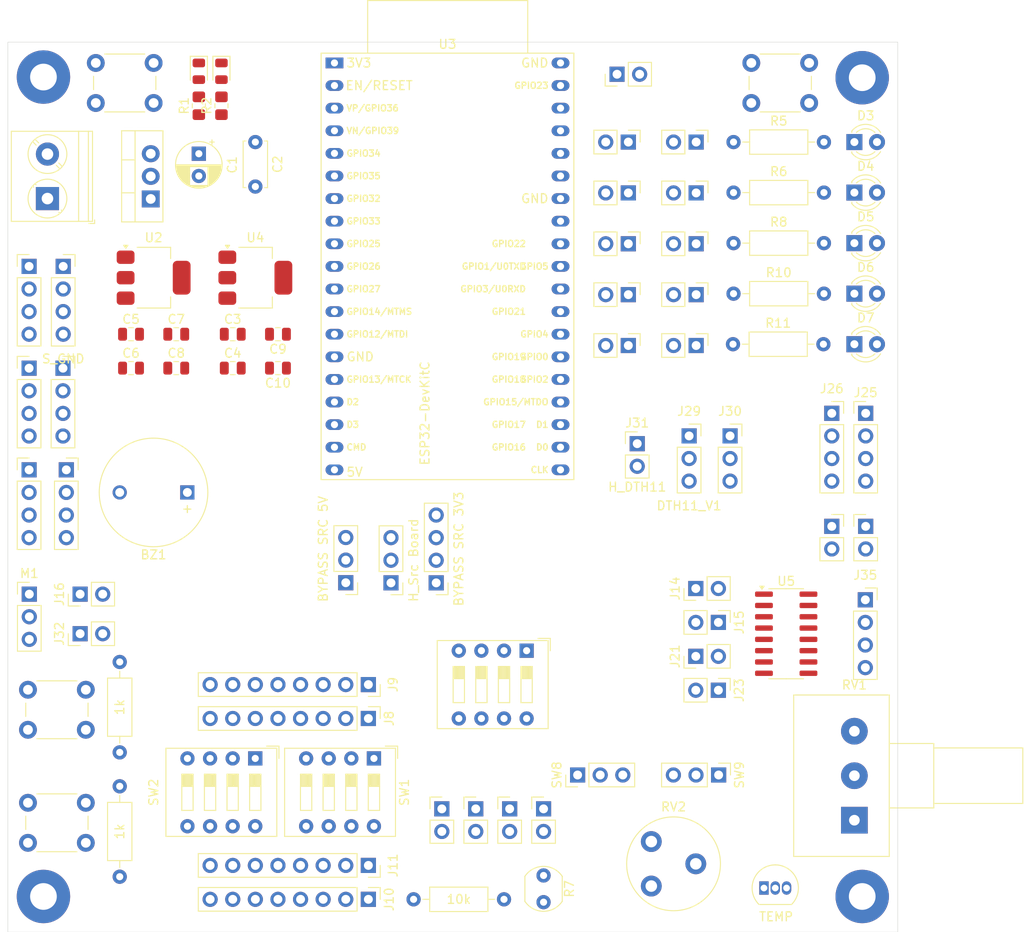
<source format=kicad_pcb>
(kicad_pcb (version 20240108) (generator "pcbnew") (generator_version "8.0")
  (layers (0 "F.Cu" signal) (31 "B.Cu" signal) (34 "B.Paste" user) (35 "F.Paste" user) (36 "B.SilkS" user "B.Silkscreen") (37 "F.SilkS" user "F.Silkscreen") (38 "B.Mask" user) (39 "F.Mask" user) (44 "Edge.Cuts" user))
  (net 0 "")
  (net 1 "GND")
  (net 2 "+3V3_1")
  (net 3 "+3V3_2")
  (net 4 "+5V")
  (net 5 "Net-(D1-A)")
  (net 6 "Net-(D2-A)")
  (net 7 "Net-(D3-A)")
  (net 8 "Net-(D4-A)")
  (net 9 "Net-(D5-A)")
  (net 10 "Net-(D6-A)")
  (net 11 "Net-(D7-A)")
  (net 12 "VCC")
  (net 13 "VPP")
  (net 14 "VCC3")
  (net 15 "/IO33")
  (net 16 "Net-(BZ1-+)")
  (net 17 "Net-(J15-Pin_1)")
  (net 18 "/IO15")
  (net 19 "/BUZZER")
  (net 20 "/DTH11")
  (net 21 "Net-(J14-Pin_1)")
  (net 22 "/IO02")
  (net 23 "/IO04")
  (net 24 "Net-(J16-Pin_1)")
  (net 25 "/IO34")
  (net 26 "/IO35")
  (net 27 "/IO36")
  (net 28 "/IO39")
  (net 29 "/IO17_IN")
  (net 30 "/IO26_IN")
  (net 31 "/IO14_IN")
  (net 32 "/IO16_IN")
  (net 33 "/IO27_IN")
  (net 34 "/IO12_IN")
  (net 35 "/IO25_IN")
  (net 36 "/IO13_IN")
  (net 37 "/IO22")
  (net 38 "/IO21")
  (net 39 "/IO23")
  (net 40 "/IO05")
  (net 41 "/IO19")
  (net 42 "/IO18")
  (net 43 "/TX")
  (net 44 "/RX")
  (net 45 "/DI_1")
  (net 46 "/DI_2")
  (net 47 "/LDR_1")
  (net 48 "/POT_1")
  (net 49 "/POT_2")
  (net 50 "/AI_2")
  (net 51 "/AI_1")
  (net 52 "/EN")
  (net 53 "/IO13")
  (net 54 "/IO25")
  (net 55 "/IO12")
  (net 56 "/IO17")
  (net 57 "/IO14")
  (net 58 "/IO16")
  (net 59 "/IO27")
  (net 60 "/IO26")
  (net 61 "/BOOT")
  (net 62 "Net-(J21-Pin_1)")
  (net 63 "Net-(J23-Pin_1)")
  (net 64 "Net-(J34-Pin_1)")
  (net 65 "/M2B")
  (net 66 "/M2A")
  (net 67 "/M1B")
  (net 68 "/LM35")
  (net 69 "/M1A")
  (net 70 "Net-(J40-Pin_1)")
  (net 71 "Net-(J36-Pin_1)")
  (net 72 "Net-(J42-Pin_1)")
  (net 73 "Net-(J38-Pin_1)")
  (footprint "Connector_PinHeader_2.54mm:PinHeader_1x03_P2.54mm_Vertical" (layer "F.Cu") (at 146.05 111.76 180)
    (property "Reference" "J22" (hide yes))
    (property "Value" "H_Src Board" (at -2.54 2.54 90) (layer "F.SilkS"))
    (pad "1" thru_hole rect (at 0 0 180) (size 1.7 1.7) (drill 1) (layers "*.Cu" "*.Mask") (net 12 "VCC"))
    (pad "2" thru_hole oval (at 0 2.54 180) (size 1.7 1.7) (drill 1) (layers "*.Cu" "*.Mask") (net 1 "GND"))
    (pad "3" thru_hole oval (at 0 5.08 180) (size 1.7 1.7) (drill 1) (layers "*.Cu" "*.Mask") (net 14 "VCC3"))
  )
  (footprint "Capacitor_SMD:C_0805_2012Metric" (layer "F.Cu") (at 121.92 87.63)
    (property "Reference" "C8" (at 0 -1.68 0) (layer "F.SilkS"))
    (property "Value" "100nF")
    (pad "1" smd roundrect (at -0.95 0) (size 1 1.45) (layers "F.Cu" "F.Paste" "F.Mask") (net 4 "+5V"))
    (pad "2" smd roundrect (at 0.95 0) (size 1 1.45) (layers "F.Cu" "F.Paste" "F.Mask") (net 1 "GND"))
  )
  (footprint "Capacitor_SMD:C_0805_2012Metric" (layer "F.Cu") (at 133.35 83.82 180)
    (property "Reference" "C9" (at 0 -1.68 0) (layer "F.SilkS"))
    (property "Value" "10uF")
    (pad "1" smd roundrect (at -0.95 0 180) (size 1 1.45) (layers "F.Cu" "F.Paste" "F.Mask") (net 3 "+3V3_2"))
    (pad "2" smd roundrect (at 0.95 0 180) (size 1 1.45) (layers "F.Cu" "F.Paste" "F.Mask") (net 1 "GND"))
  )
  (footprint "Connector_PinHeader_2.54mm:PinHeader_1x02_P2.54mm_Vertical" (layer "F.Cu") (at 180.34 73.66 -90)
    (property "Reference" "J38" (hide yes))
    (property "Value" "H_IO32")
    (pad "1" thru_hole rect (at 0 0 270) (size 1.7 1.7) (drill 1) (layers "*.Cu" "*.Mask") (net 73 "Net-(J38-Pin_1)"))
    (pad "2" thru_hole oval (at 0 2.54 270) (size 1.7 1.7) (drill 1) (layers "*.Cu" "*.Mask") (net 19 "/BUZZER"))
  )
  (footprint "Connector_PinSocket_2.54mm:PinSocket_1x04_P2.54mm_Vertical" (layer "F.Cu") (at 199.35 113.665)
    (property "Reference" "J35" (at 0 -2.77 0) (layer "F.SilkS"))
    (property "Value" "MOTOR")
    (pad "1" thru_hole rect (at 0 0) (size 1.7 1.7) (drill 1) (layers "*.Cu" "*.Mask") (net 69 "/M1A"))
    (pad "2" thru_hole oval (at 0 2.54) (size 1.7 1.7) (drill 1) (layers "*.Cu" "*.Mask") (net 67 "/M1B"))
    (pad "3" thru_hole oval (at 0 5.08) (size 1.7 1.7) (drill 1) (layers "*.Cu" "*.Mask") (net 66 "/M2A"))
    (pad "4" thru_hole oval (at 0 7.62) (size 1.7 1.7) (drill 1) (layers "*.Cu" "*.Mask") (net 65 "/M2B"))
  )
  (footprint "LED_THT:LED_D3.0mm" (layer "F.Cu") (at 198.12 73.587)
    (property "Reference" "D5" (at 1.27 -2.96 0) (layer "F.SilkS"))
    (property "Value" "LED")
    (pad "1" thru_hole rect (at 0 0) (size 1.8 1.8) (drill 0.9) (layers "*.Cu" "*.Mask") (net 1 "GND"))
    (pad "2" thru_hole circle (at 2.54 0) (size 1.8 1.8) (drill 0.9) (layers "*.Cu" "*.Mask") (net 9 "Net-(D5-A)"))
  )
  (footprint "LED_THT:LED_D3.0mm" (layer "F.Cu") (at 198.12 67.9085)
    (property "Reference" "D4" (at 1.27 -2.96 0) (layer "F.SilkS"))
    (property "Value" "LED")
    (pad "1" thru_hole rect (at 0 0) (size 1.8 1.8) (drill 0.9) (layers "*.Cu" "*.Mask") (net 1 "GND"))
    (pad "2" thru_hole circle (at 2.54 0) (size 1.8 1.8) (drill 0.9) (layers "*.Cu" "*.Mask") (net 8 "Net-(D4-A)"))
  )
  (footprint "Connector_PinHeader_2.54mm:PinHeader_1x02_P2.54mm_Vertical" (layer "F.Cu") (at 182.84 123.825 -90)
    (property "Reference" "J23" (at 0 -2.33 90) (layer "F.SilkS"))
    (property "Value" "H_INB2")
    (pad "1" thru_hole rect (at 0 0 270) (size 1.7 1.7) (drill 1) (layers "*.Cu" "*.Mask") (net 63 "Net-(J23-Pin_1)"))
    (pad "2" thru_hole oval (at 0 2.54 270) (size 1.7 1.7) (drill 1) (layers "*.Cu" "*.Mask") (net 22 "/IO02"))
  )
  (footprint "Capacitor_THT:C_Disc_D5.0mm_W2.5mm_P5.00mm" (layer "F.Cu") (at 130.81 62.23 -90)
    (property "Reference" "C2" (at 2.5 -2.5 90) (layer "F.SilkS"))
    (property "Value" "0.1uF")
    (pad "1" thru_hole circle (at 0 0 270) (size 1.6 1.6) (drill 0.8) (layers "*.Cu" "*.Mask") (net 4 "+5V"))
    (pad "2" thru_hole circle (at 5 0 270) (size 1.6 1.6) (drill 0.8) (layers "*.Cu" "*.Mask") (net 1 "GND"))
  )
  (footprint "Button_Switch_THT:SW_DIP_SPSTx04_Slide_9.78x12.34mm_W7.62mm_P2.54mm" (layer "F.Cu") (at 144.135 131.4875 -90)
    (property "Reference" "SW1" (at 3.81 -3.42 90) (layer "F.SilkS"))
    (property "Value" "SW_DIP_KEYPAD_1")
    (pad "1" thru_hole rect (at 0 0 270) (size 1.6 1.6) (drill 0.8) (layers "*.Cu" "*.Mask") (net 53 "/IO13"))
    (pad "2" thru_hole oval (at 0 2.54 270) (size 1.6 1.6) (drill 0.8) (layers "*.Cu" "*.Mask") (net 55 "/IO12"))
    (pad "3" thru_hole oval (at 0 5.08 270) (size 1.6 1.6) (drill 0.8) (layers "*.Cu" "*.Mask") (net 57 "/IO14"))
    (pad "4" thru_hole oval (at 0 7.62 270) (size 1.6 1.6) (drill 0.8) (layers "*.Cu" "*.Mask") (net 59 "/IO27"))
    (pad "5" thru_hole oval (at 7.62 7.62 270) (size 1.6 1.6) (drill 0.8) (layers "*.Cu" "*.Mask") (net 33 "/IO27_IN"))
    (pad "6" thru_hole oval (at 7.62 5.08 270) (size 1.6 1.6) (drill 0.8) (layers "*.Cu" "*.Mask") (net 31 "/IO14_IN"))
    (pad "7" thru_hole oval (at 7.62 2.54 270) (size 1.6 1.6) (drill 0.8) (layers "*.Cu" "*.Mask") (net 34 "/IO12_IN"))
    (pad "8" thru_hole oval (at 7.62 0 270) (size 1.6 1.6) (drill 0.8) (layers "*.Cu" "*.Mask") (net 36 "/IO13_IN"))
  )
  (footprint "Connector_PinSocket_2.54mm:PinSocket_1x04_P2.54mm_Vertical" (layer "F.Cu") (at 195.58 92.71)
    (property "Reference" "J26" (at 0 -2.77 0) (layer "F.SilkS"))
    (property "Value" "S_SPI")
    (pad "1" thru_hole rect (at 0 0) (size 1.7 1.7) (drill 1) (layers "*.Cu" "*.Mask") (net 42 "/IO18"))
    (pad "2" thru_hole oval (at 0 2.54) (size 1.7 1.7) (drill 1) (layers "*.Cu" "*.Mask") (net 41 "/IO19"))
    (pad "3" thru_hole oval (at 0 5.08) (size 1.7 1.7) (drill 1) (layers "*.Cu" "*.Mask") (net 39 "/IO23"))
    (pad "4" thru_hole oval (at 0 7.62) (size 1.7 1.7) (drill 1) (layers "*.Cu" "*.Mask") (net 40 "/IO05"))
  )
  (footprint "Button_Switch_THT:SW_PUSH_6mm" (layer "F.Cu") (at 105.26 136.47)
    (property "Reference" "SW7" (hide yes))
    (property "Value" "INPUT_D2")
    (pad "1" thru_hole circle (at 0 0 90) (size 2 2) (drill 1.1) (layers "*.Cu" "*.Mask") (net 2 "+3V3_1"))
    (pad "1" thru_hole circle (at 6.5 0 90) (size 2 2) (drill 1.1) (layers "*.Cu" "*.Mask") (net 2 "+3V3_1"))
    (pad "2" thru_hole circle (at 0 4.5 90) (size 2 2) (drill 1.1) (layers "*.Cu" "*.Mask") (net 46 "/DI_2"))
    (pad "2" thru_hole circle (at 6.5 4.5 90) (size 2 2) (drill 1.1) (layers "*.Cu" "*.Mask") (net 46 "/DI_2"))
  )
  (footprint "Resistor_SMD:R_0805_2012Metric_Pad1.20x1.40mm_HandSolder" (layer "F.Cu") (at 127 58.15 90)
    (property "Reference" "R2" (at 0 -1.65 90) (layer "F.SilkS"))
    (property "Value" "1k")
    (pad "1" smd roundrect (at -1 0 90) (size 1.2 1.4) (layers "F.Cu" "F.Paste" "F.Mask") (roundrect_rratio 0.208333) (net 13 "VPP"))
    (pad "2" smd roundrect (at 1 0 90) (size 1.2 1.4) (layers "F.Cu" "F.Paste" "F.Mask") (roundrect_rratio 0.208333) (net 6 "Net-(D2-A)"))
  )
  (footprint "Connector_PinHeader_2.54mm:PinHeader_1x02_P2.54mm_Vertical" (layer "F.Cu") (at 182.84 116.205 -90)
    (property "Reference" "J15" (at 0 -2.33 90) (layer "F.SilkS"))
    (property "Value" "H_INB1")
    (pad "1" thru_hole rect (at 0 0 270) (size 1.7 1.7) (drill 1) (layers "*.Cu" "*.Mask") (net 17 "Net-(J15-Pin_1)"))
    (pad "2" thru_hole oval (at 0 2.54 270) (size 1.7 1.7) (drill 1) (layers "*.Cu" "*.Mask") (net 18 "/IO15"))
  )
  (footprint "Resistor_THT:R_Axial_DIN0207_L6.3mm_D2.5mm_P10.16mm_Horizontal" (layer "F.Cu") (at 184.54 79.2655)
    (property "Reference" "R10" (at 5.08 -2.37 0) (layer "F.SilkS"))
    (property "Value" "470")
    (pad "1" thru_hole circle (at 0 0) (size 1.6 1.6) (drill 0.8) (layers "*.Cu" "*.Mask") (net 70 "Net-(J40-Pin_1)"))
    (pad "2" thru_hole oval (at 10.16 0) (size 1.6 1.6) (drill 0.8) (layers "*.Cu" "*.Mask") (net 10 "Net-(D6-A)"))
  )
  (footprint "Connector_PinHeader_2.54mm:PinHeader_1x02_P2.54mm_Vertical" (layer "F.Cu") (at 171.45 54.61 90)
    (property "Reference" "J28" (hide yes))
    (property "Value" "TX_RX")
    (pad "1" thru_hole rect (at 0 0 90) (size 1.7 1.7) (drill 1) (layers "*.Cu" "*.Mask") (net 43 "/TX"))
    (pad "2" thru_hole oval (at 0 2.54 90) (size 1.7 1.7) (drill 1) (layers "*.Cu" "*.Mask") (net 44 "/RX"))
  )
  (footprint "Connector_PinHeader_2.54mm:PinHeader_1x02_P2.54mm_Vertical" (layer "F.Cu") (at 172.72 85.09 -90)
    (property "Reference" "J43" (hide yes))
    (property "Value" "H_IO04_OUT")
    (pad "1" thru_hole rect (at 0 0 270) (size 1.7 1.7) (drill 1) (layers "*.Cu" "*.Mask") (net 23 "/IO04"))
    (pad "2" thru_hole oval (at 0 2.54 270) (size 1.7 1.7) (drill 1) (layers "*.Cu" "*.Mask") (net 23 "/IO04"))
  )
  (footprint "Connector_PinHeader_2.54mm:PinHeader_1x08_P2.54mm_Vertical" (layer "F.Cu") (at 143.51 147.32 -90)
    (property "Reference" "J10" (at 0 -2.33 90) (layer "F.SilkS"))
    (property "Value" "H_KEYPAD" (hide yes))
    (pad "1" thru_hole rect (at 0 0 270) (size 1.7 1.7) (drill 1) (layers "*.Cu" "*.Mask") (net 36 "/IO13_IN"))
    (pad "2" thru_hole oval (at 0 2.54 270) (size 1.7 1.7) (drill 1) (layers "*.Cu" "*.Mask") (net 34 "/IO12_IN"))
    (pad "3" thru_hole oval (at 0 5.08 270) (size 1.7 1.7) (drill 1) (layers "*.Cu" "*.Mask") (net 31 "/IO14_IN"))
    (pad "4" thru_hole oval (at 0 7.62 270) (size 1.7 1.7) (drill 1) (layers "*.Cu" "*.Mask") (net 33 "/IO27_IN"))
    (pad "5" thru_hole oval (at 0 10.16 270) (size 1.7 1.7) (drill 1) (layers "*.Cu" "*.Mask") (net 32 "/IO16_IN"))
    (pad "6" thru_hole oval (at 0 12.7 270) (size 1.7 1.7) (drill 1) (layers "*.Cu" "*.Mask") (net 29 "/IO17_IN"))
    (pad "7" thru_hole oval (at 0 15.24 270) (size 1.7 1.7) (drill 1) (layers "*.Cu" "*.Mask") (net 35 "/IO25_IN"))
    (pad "8" thru_hole oval (at 0 17.78 270) (size 1.7 1.7) (drill 1) (layers "*.Cu" "*.Mask") (net 30 "/IO26_IN"))
  )
  (footprint "Connector_PinHeader_2.54mm:PinHeader_1x02_P2.54mm_Vertical" (layer "F.Cu") (at 155.575 137.155)
    (property "Reference" "J24" (hide yes))
    (property "Value" "H_IO36")
    (pad "1" thru_hole rect (at 0 0) (size 1.7 1.7) (drill 1) (layers "*.Cu" "*.Mask") (net 27 "/IO36"))
    (pad "2" thru_hole oval (at 0 2.54) (size 1.7 1.7) (drill 1) (layers "*.Cu" "*.Mask") (net 27 "/IO36"))
  )
  (footprint "Connector_PinHeader_2.54mm:PinHeader_1x02_P2.54mm_Vertical" (layer "F.Cu") (at 172.72 67.945 -90)
    (property "Reference" "J37" (hide yes))
    (property "Value" "H_IO15_OUT")
    (pad "1" thru_hole rect (at 0 0 270) (size 1.7 1.7) (drill 1) (layers "*.Cu" "*.Mask") (net 18 "/IO15"))
    (pad "2" thru_hole oval (at 0 2.54 270) (size 1.7 1.7) (drill 1) (layers "*.Cu" "*.Mask") (net 18 "/IO15"))
  )
  (footprint "MountingHole:MountingHole_3mm_Pad_TopBottom" (layer "F.Cu") (at 199 147)
    (property "Reference" "H4" (hide yes))
    (property "Value" "MountingHole_Pad" (hide yes))
    (pad "1" thru_hole circle (at 0 0) (size 3.4 3.4) (drill 3) (layers "*.Cu" "*.Mask") (net 1 "GND"))
    (pad "1" connect circle (at 0 0) (size 6 6) (layers "F.Cu" "F.Mask") (net 1 "GND"))
    (pad "1" connect circle (at 0 0) (size 6 6) (layers "B.Cu" "B.Mask") (net 1 "GND"))
  )
  (footprint "TerminalBlock_Phoenix:TerminalBlock_Phoenix_PT-1,5-2-5.0-H_1x02_P5.00mm_Horizontal" (layer "F.Cu") (at 107.45 68.58 90)
    (property "Reference" "J7" (hide yes))
    (property "Value" "Input Source")
    (pad "1" thru_hole rect (at 0 0 90) (size 2.6 2.6) (drill 1.3) (layers "*.Cu" "*.Mask") (net 1 "GND"))
    (pad "2" thru_hole circle (at 5 0 90) (size 2.6 2.6) (drill 1.3) (layers "*.Cu" "*.Mask") (net 12 "VCC"))
  )
  (footprint "Connector_PinHeader_2.54mm:PinHeader_1x02_P2.54mm_Vertical" (layer "F.Cu") (at 172.72 79.375 -90)
    (property "Reference" "J41" (hide yes))
    (property "Value" "H_IO02_OUT")
    (pad "1" thru_hole rect (at 0 0 270) (size 1.7 1.7) (drill 1) (layers "*.Cu" "*.Mask") (net 22 "/IO02"))
    (pad "2" thru_hole oval (at 0 2.54 270) (size 1.7 1.7) (drill 1) (layers "*.Cu" "*.Mask") (net 22 "/IO02"))
  )
  (footprint "Button_Switch_THT:SW_PUSH_6mm" (layer "F.Cu") (at 105.26 123.77)
    (property "Reference" "SW5" (hide yes))
    (property "Value" "INPUT_D1")
    (pad "1" thru_hole circle (at 0 0 90) (size 2 2) (drill 1.1) (layers "*.Cu" "*.Mask") (net 2 "+3V3_1"))
    (pad "1" thru_hole circle (at 6.5 0 90) (size 2 2) (drill 1.1) (layers "*.Cu" "*.Mask") (net 2 "+3V3_1"))
    (pad "2" thru_hole circle (at 0 4.5 90) (size 2 2) (drill 1.1) (layers "*.Cu" "*.Mask") (net 45 "/DI_1"))
    (pad "2" thru_hole circle (at 6.5 4.5 90) (size 2 2) (drill 1.1) (layers "*.Cu" "*.Mask") (net 45 "/DI_1"))
  )
  (footprint "Connector_PinHeader_2.54mm:PinHeader_1x02_P2.54mm_Vertical" (layer "F.Cu") (at 180.34 85.09 -90)
    (property "Reference" "J42" (hide yes))
    (property "Value" "H_IO04")
    (pad "1" thru_hole rect (at 0 0 270) (size 1.7 1.7) (drill 1) (layers "*.Cu" "*.Mask") (net 72 "Net-(J42-Pin_1)"))
    (pad "2" thru_hole oval (at 0 2.54 270) (size 1.7 1.7) (drill 1) (layers "*.Cu" "*.Mask") (net 23 "/IO04"))
  )
  (footprint "Connector_PinHeader_2.54mm:PinHeader_1x02_P2.54mm_Vertical" (layer "F.Cu") (at 172.72 62.23 -90)
    (property "Reference" "J33" (hide yes))
    (property "Value" "H_IO33_OUT")
    (pad "1" thru_hole rect (at 0 0 270) (size 1.7 1.7) (drill 1) (layers "*.Cu" "*.Mask") (net 15 "/IO33"))
    (pad "2" thru_hole oval (at 0 2.54 270) (size 1.7 1.7) (drill 1) (layers "*.Cu" "*.Mask") (net 15 "/IO33"))
  )
  (footprint "Package_SO:SOP-16_3.9x9.9mm_P1.27mm" (layer "F.Cu") (at 190.46 117.475)
    (property "Reference" "U5" (at 0 -5.9 0) (layer "F.SilkS"))
    (property "Value" "MX1508")
    (pad "1" smd roundrect (at -2.5 -4.445) (size 2 0.6) (layers "F.Cu" "F.Paste" "F.Mask") (net 4 "+5V"))
    (pad "2" smd roundrect (at -2.5 -3.175) (size 2 0.6) (layers "F.Cu" "F.Paste" "F.Mask") (net 21 "Net-(J14-Pin_1)"))
    (pad "3" smd roundrect (at -2.5 -1.905) (size 2 0.6) (layers "F.Cu" "F.Paste" "F.Mask") (net 17 "Net-(J15-Pin_1)"))
    (pad "4" smd roundrect (at -2.5 -0.635) (size 2 0.6) (layers "F.Cu" "F.Paste" "F.Mask") (net 4 "+5V"))
    (pad "5" smd roundrect (at -2.5 0.635) (size 2 0.6) (layers "F.Cu" "F.Paste" "F.Mask") (net 4 "+5V"))
    (pad "6" smd roundrect (at -2.5 1.905) (size 2 0.6) (layers "F.Cu" "F.Paste" "F.Mask") (net 62 "Net-(J21-Pin_1)"))
    (pad "7" smd roundrect (at -2.5 3.175) (size 2 0.6) (layers "F.Cu" "F.Paste" "F.Mask") (net 63 "Net-(J23-Pin_1)"))
    (pad "8" smd roundrect (at -2.5 4.445) (size 2 0.6) (layers "F.Cu" "F.Paste" "F.Mask") (net 4 "+5V"))
    (pad "9" smd roundrect (at 2.5 4.445) (size 2 0.6) (layers "F.Cu" "F.Paste" "F.Mask") (net 65 "/M2B"))
    (pad "10" smd roundrect (at 2.5 3.175) (size 2 0.6) (layers "F.Cu" "F.Paste" "F.Mask") (net 1 "GND"))
    (pad "11" smd roundrect (at 2.5 1.905) (size 2 0.6) (layers "F.Cu" "F.Paste" "F.Mask") (net 1 "GND"))
    (pad "12" smd roundrect (at 2.5 0.635) (size 2 0.6) (layers "F.Cu" "F.Paste" "F.Mask") (net 66 "/M2A"))
    (pad "13" smd roundrect (at 2.5 -0.635) (size 2 0.6) (layers "F.Cu" "F.Paste" "F.Mask") (net 67 "/M1B"))
    (pad "14" smd roundrect (at 2.5 -1.905) (size 2 0.6) (layers "F.Cu" "F.Paste" "F.Mask") (net 1 "GND"))
    (pad "15" smd roundrect (at 2.5 -3.175) (size 2 0.6) (layers "F.Cu" "F.Paste" "F.Mask") (net 1 "GND"))
    (pad "16" smd roundrect (at 2.5 -4.445) (size 2 0.6) (layers "F.Cu" "F.Paste" "F.Mask") (net 69 "/M1A"))
  )
  (footprint "Resistor_THT:R_Axial_DIN0207_L6.3mm_D2.5mm_P10.16mm_Horizontal" (layer "F.Cu") (at 148.59 147.32)
    (property "Reference" "R9" (hide yes))
    (property "Value" "10k" (at 5.08 0 0) (layer "F.SilkS"))
    (pad "1" thru_hole circle (at 0 0) (size 1.6 1.6) (drill 0.8) (layers "*.Cu" "*.Mask") (net 1 "GND"))
    (pad "2" thru_hole oval (at 10.16 0) (size 1.6 1.6) (drill 0.8) (layers "*.Cu" "*.Mask") (net 47 "/LDR_1"))
  )
  (footprint "Connector_PinHeader_2.54mm:PinHeader_1x08_P2.54mm_Vertical" (layer "F.Cu") (at 143.51 127 -90)
    (property "Reference" "J8" (at 0 -2.33 90) (layer "F.SilkS"))
    (property "Value" "H_IO")
    (pad "1" thru_hole rect (at 0 0 270) (size 1.7 1.7) (drill 1) (layers "*.Cu" "*.Mask") (net 53 "/IO13"))
    (pad "2" thru_hole oval (at 0 2.54 270) (size 1.7 1.7) (drill 1) (layers "*.Cu" "*.Mask") (net 55 "/IO12"))
    (pad "3" thru_hole oval (at 0 5.08 270) (size 1.7 1.7) (drill 1) (layers "*.Cu" "*.Mask") (net 57 "/IO14"))
    (pad "4" thru_hole oval (at 0 7.62 270) (size 1.7 1.7) (drill 1) (layers "*.Cu" "*.Mask") (net 59 "/IO27"))
    (pad "5" thru_hole oval (at 0 10.16 270) (size 1.7 1.7) (drill 1) (layers "*.Cu" "*.Mask") (net 58 "/IO16"))
    (pad "6" thru_hole oval (at 0 12.7 270) (size 1.7 1.7) (drill 1) (layers "*.Cu" "*.Mask") (net 56 "/IO17"))
    (pad "7" thru_hole oval (at 0 15.24 270) (size 1.7 1.7) (drill 1) (layers "*.Cu" "*.Mask") (net 54 "/IO25"))
    (pad "8" thru_hole oval (at 0 17.78 270) (size 1.7 1.7) (drill 1) (layers "*.Cu" "*.Mask") (net 60 "/IO26"))
  )
  (footprint "Resistor_THT:R_Axial_DIN0207_L6.3mm_D2.5mm_P10.16mm_Horizontal" (layer "F.Cu") (at 184.54 62.23)
    (property "Reference" "R5" (at 5.08 -2.37 0) (layer "F.SilkS"))
    (property "Value" "470")
    (pad "1" thru_hole circle (at 0 0) (size 1.6 1.6) (drill 0.8) (layers "*.Cu" "*.Mask") (net 64 "Net-(J34-Pin_1)"))
    (pad "2" thru_hole oval (at 10.16 0) (size 1.6 1.6) (drill 0.8) (layers "*.Cu" "*.Mask") (net 7 "Net-(D3-A)"))
  )
  (footprint "Button_Switch_THT:SW_PUSH_6mm" (layer "F.Cu") (at 112.88 53.34)
    (property "Reference" "SW3" (hide yes))
    (property "Value" "ENABLE")
    (pad "1" thru_hole circle (at 0 0 90) (size 2 2) (drill 1.1) (layers "*.Cu" "*.Mask") (net 52 "/EN"))
    (pad "1" thru_hole circle (at 6.5 0 90) (size 2 2) (drill 1.1) (layers "*.Cu" "*.Mask") (net 52 "/EN"))
    (pad "2" thru_hole circle (at 0 4.5 90) (size 2 2) (drill 1.1) (layers "*.Cu" "*.Mask") (net 1 "GND"))
    (pad "2" thru_hole circle (at 6.5 4.5 90) (size 2 2) (drill 1.1) (layers "*.Cu" "*.Mask") (net 1 "GND"))
  )
  (footprint "Button_Switch_THT:SW_DIP_SPSTx04_Slide_9.78x12.34mm_W7.62mm_P2.54mm" (layer "F.Cu") (at 130.8 131.4875 -90)
    (property "Reference" "SW2" (at 3.81 11.42 90) (layer "F.SilkS"))
    (property "Value" "SW_DIP_KEYPAD_2")
    (pad "1" thru_hole rect (at 0 0 270) (size 1.6 1.6) (drill 0.8) (layers "*.Cu" "*.Mask") (net 58 "/IO16"))
    (pad "2" thru_hole oval (at 0 2.54 270) (size 1.6 1.6) (drill 0.8) (layers "*.Cu" "*.Mask") (net 56 "/IO17"))
    (pad "3" thru_hole oval (at 0 5.08 270) (size 1.6 1.6) (drill 0.8) (layers "*.Cu" "*.Mask") (net 54 "/IO25"))
    (pad "4" thru_hole oval (at 0 7.62 270) (size 1.6 1.6) (drill 0.8) (layers "*.Cu" "*.Mask") (net 60 "/IO26"))
    (pad "5" thru_hole oval (at 7.62 7.62 270) (size 1.6 1.6) (drill 0.8) (layers "*.Cu" "*.Mask") (net 30 "/IO26_IN"))
    (pad "6" thru_hole oval (at 7.62 5.08 270) (size 1.6 1.6) (drill 0.8) (layers "*.Cu" "*.Mask") (net 35 "/IO25_IN"))
    (pad "7" thru_hole oval (at 7.62 2.54 270) (size 1.6 1.6) (drill 0.8) (layers "*.Cu" "*.Mask") (net 29 "/IO17_IN"))
    (pad "8" thru_hole oval (at 7.62 0 270) (size 1.6 1.6) (drill 0.8) (layers "*.Cu" "*.Mask") (net 32 "/IO16_IN"))
  )
  (footprint "Connector_PinSocket_2.54mm:PinSocket_1x03_P2.54mm_Vertical" (layer "F.Cu") (at 184.15 95.25)
    (property "Reference" "J30" (at 0 -2.77 0) (layer "F.SilkS"))
    (property "Value" "DTH11_V2")
    (pad "1" thru_hole rect (at 0 0) (size 1.7 1.7) (drill 1) (layers "*.Cu" "*.Mask") (net 4 "+5V"))
    (pad "2" thru_hole oval (at 0 2.54) (size 1.7 1.7) (drill 1) (layers "*.Cu" "*.Mask") (net 20 "/DTH11"))
    (pad "3" thru_hole oval (at 0 5.08) (size 1.7 1.7) (drill 1) (layers "*.Cu" "*.Mask") (net 1 "GND"))
  )
  (footprint "Connector_PinHeader_2.54mm:PinHeader_1x03_P2.54mm_Vertical" (layer "F.Cu") (at 140.97 111.745 180)
    (property "Reference" "J12" (hide yes))
    (property "Value" "BYPASS SRC 5V" (at 2.54 3.795 90) (layer "F.SilkS"))
    (pad "1" thru_hole rect (at 0 0 180) (size 1.7 1.7) (drill 1) (layers "*.Cu" "*.Mask") (net 12 "VCC"))
    (pad "2" thru_hole oval (at 0 2.54 180) (size 1.7 1.7) (drill 1) (layers "*.Cu" "*.Mask") (net 4 "+5V"))
    (pad "3" thru_hole oval (at 0 5.08 180) (size 1.7 1.7) (drill 1) (layers "*.Cu" "*.Mask") (net 13 "VPP"))
  )
  (footprint "Connector_PinSocket_2.54mm:PinSocket_1x04_P2.54mm_Vertical" (layer "F.Cu") (at 109.57 99.06)
    (property "Reference" "J4" (hide yes))
    (property "Value" "S_3V3_2")
    (pad "1" thru_hole rect (at 0 0) (size 1.7 1.7) (drill 1) (layers "*.Cu" "*.Mask") (net 3 "+3V3_2"))
    (pad "2" thru_hole oval (at 0 2.54) (size 1.7 1.7) (drill 1) (layers "*.Cu" "*.Mask") (net 3 "+3V3_2"))
    (pad "3" thru_hole oval (at 0 5.08) (size 1.7 1.7) (drill 1) (layers "*.Cu" "*.Mask") (net 3 "+3V3_2"))
    (pad "4" thru_hole oval (at 0 7.62) (size 1.7 1.7) (drill 1) (layers "*.Cu" "*.Mask") (net 3 "+3V3_2"))
  )
  (footprint "Connector_PinHeader_2.54mm:PinHeader_1x02_P2.54mm_Vertical" (layer "F.Cu") (at 180.34 67.945 -90)
    (property "Reference" "J36" (hide yes))
    (property "Value" "H_IO15")
    (pad "1" thru_hole rect (at 0 0 270) (size 1.7 1.7) (drill 1) (layers "*.Cu" "*.Mask") (net 71 "Net-(J36-Pin_1)"))
    (pad "2" thru_hole oval (at 0 2.54 270) (size 1.7 1.7) (drill 1) (layers "*.Cu" "*.Mask") (net 18 "/IO15"))
  )
  (footprint "Connector_PinHeader_2.54mm:PinHeader_1x02_P2.54mm_Vertical" (layer "F.Cu") (at 111.12 113.03 90)
    (property "Reference" "J16" (at 0 -2.33 90) (layer "F.SilkS"))
    (property "Value" "H_SERVO")
    (pad "1" thru_hole rect (at 0 0 90) (size 1.7 1.7) (drill 1) (layers "*.Cu" "*.Mask") (net 24 "Net-(J16-Pin_1)"))
    (pad "2" thru_hole oval (at 0 2.54 90) (size 1.7 1.7) (drill 1) (layers "*.Cu" "*.Mask") (net 23 "/IO04"))
  )
  (footprint "Resistor_SMD:R_0805_2012Metric_Pad1.20x1.40mm_HandSolder" (layer "F.Cu") (at 124.46 58.15 90)
    (property "Reference" "R1" (at 0 -1.65 90) (layer "F.SilkS"))
    (property "Value" "1k")
    (pad "1" smd roundrect (at -1 0 90) (size 1.2 1.4) (layers "F.Cu" "F.Paste" "F.Mask") (roundrect_rratio 0.208333) (net 12 "VCC"))
    (pad "2" smd roundrect (at 1 0 90) (size 1.2 1.4) (layers "F.Cu" "F.Paste" "F.Mask") (roundrect_rratio 0.208333) (net 5 "Net-(D1-A)"))
  )
  (footprint "Resistor_THT:R_Axial_DIN0207_L6.3mm_D2.5mm_P10.16mm_Horizontal" (layer "F.Cu") (at 184.48 84.944)
    (property "Reference" "R11" (at 5.08 -2.37 0) (layer "F.SilkS"))
    (property "Value" "470")
    (pad "1" thru_hole circle (at 0 0) (size 1.6 1.6) (drill 0.8) (layers "*.Cu" "*.Mask") (net 72 "Net-(J42-Pin_1)"))
    (pad "2" thru_hole oval (at 10.16 0) (size 1.6 1.6) (drill 0.8) (layers "*.Cu" "*.Mask") (net 11 "Net-(D7-A)"))
  )
  (footprint "Package_TO_SOT_THT:TO-92_Inline" (layer "F.Cu") (at 187.96 146.05)
    (property "Reference" "U6" (hide yes))
    (property "Value" "LM35-LP")
    (pad "1" thru_hole rect (at 0 0) (size 1.05 1.5) (drill 0.75) (layers "*.Cu" "*.Mask") (net 2 "+3V3_1"))
    (pad "2" thru_hole oval (at 1.27 0) (size 1.05 1.5) (drill 0.75) (layers "*.Cu" "*.Mask") (net 68 "/LM35"))
    (pad "3" thru_hole oval (at 2.54 0) (size 1.05 1.5) (drill 0.75) (layers "*.Cu" "*.Mask") (net 1 "GND"))
  )
  (footprint "Connector_PinSocket_2.54mm:PinSocket_1x02_P2.54mm_Vertical" (layer "F.Cu") (at 195.58 105.41)
    (property "Reference" "J19" (hide yes))
    (property "Value" "S_I2C")
    (pad "1" thru_hole rect (at 0 0) (size 1.7 1.7) (drill 1) (layers "*.Cu" "*.Mask") (net 37 "/IO22"))
    (pad "2" thru_hole oval (at 0 2.54) (size 1.7 1.7) (drill 1) (layers "*.Cu" "*.Mask") (net 38 "/IO21"))
  )
  (footprint "LED_THT:LED_D3.0mm" (layer "F.Cu") (at 198.12 62.23)
    (property "Reference" "D3" (at 1.27 -2.96 0) (layer "F.SilkS"))
    (property "Value" "LED")
    (pad "1" thru_hole rect (at 0 0) (size 1.8 1.8) (drill 0.9) (layers "*.Cu" "*.Mask") (net 1 "GND"))
    (pad "2" thru_hole circle (at 2.54 0) (size 1.8 1.8) (drill 0.9) (layers "*.Cu" "*.Mask") (net 7 "Net-(D3-A)"))
  )
  (footprint "Potentiometer_THT:Potentiometer_Piher_PT-10-V05_Vertical" (layer "F.Cu") (at 175.3 145.83)
    (property "Reference" "RV2" (at 2.5 -8.9 0) (layer "F.SilkS"))
    (property "Value" "POT_2")
    (pad "1" thru_hole circle (at 0 0) (size 2.34 2.34) (drill 1.3) (layers "*.Cu" "*.Mask") (net 2 "+3V3_1"))
    (pad "2" thru_hole circle (at 5 -2.5) (size 2.34 2.34) (drill 1.3) (layers "*.Cu" "*.Mask") (net 49 "/POT_2"))
    (pad "3" thru_hole circle (at 0 -5) (size 2.34 2.34) (drill 1.3) (layers "*.Cu" "*.Mask") (net 1 "GND"))
  )
  (footprint "Connector_PinHeader_2.54mm:PinHeader_1x02_P2.54mm_Vertical" (layer "F.Cu") (at 180.34 62.23 -90)
    (property "Reference" "J34" (hide yes))
    (property "Value" "H_IO33")
    (pad "1" thru_hole rect (at 0 0 270) (size 1.7 1.7) (drill 1) (layers "*.Cu" "*.Mask") (net 64 "Net-(J34-Pin_1)"))
    (pad "2" thru_hole oval (at 0 2.54 270) (size 1.7 1.7) (drill 1) (layers "*.Cu" "*.Mask") (net 15 "/IO33"))
  )
  (footprint "Connector_PinHeader_2.54mm:PinHeader_1x02_P2.54mm_Vertical" (layer "F.Cu") (at 111.12 117.475 90)
    (property "Reference" "J32" (at 0 -2.33 90) (layer "F.SilkS"))
    (property "Value" "H_BUZZER")
    (pad "1" thru_hole rect (at 0 0 90) (size 1.7 1.7) (drill 1) (layers "*.Cu" "*.Mask") (net 16 "Net-(BZ1-+)"))
    (pad "2" thru_hole oval (at 0 2.54 90) (size 1.7 1.7) (drill 1) (layers "*.Cu" "*.Mask") (net 19 "/BUZZER"))
  )
  (footprint "Resistor_THT:R_Axial_DIN0207_L6.3mm_D2.5mm_P10.16mm_Horizontal" (layer "F.Cu") (at 115.57 144.78 90)
    (property "Reference" "R4" (hide yes))
    (property "Value" "1k" (at 5.08 0 90) (layer "F.SilkS"))
    (pad "1" thru_hole circle (at 0 0 90) (size 1.6 1.6) (drill 0.8) (layers "*.Cu" "*.Mask") (net 46 "/DI_2"))
    (pad "2" thru_hole oval (at 10.16 0 90) (size 1.6 1.6) (drill 0.8) (layers "*.Cu" "*.Mask") (net 1 "GND"))
  )
  (footprint "OptoDevice:R_LDR_5.0x4.1mm_P3mm_Vertical" (layer "F.Cu") (at 163.195 144.64 -90)
    (property "Reference" "R7" (at 1.5 -2.9 90) (layer "F.SilkS"))
    (property "Value" "LDR_1")
    (pad "1" thru_hole circle (at 0 0 270) (size 1.6 1.6) (drill 0.8) (layers "*.Cu" "*.Mask") (net 2 "+3V3_1"))
    (pad "2" thru_hole circle (at 3 0 270) (size 1.6 1.6) (drill 0.8) (layers "*.Cu" "*.Mask") (net 47 "/LDR_1"))
  )
  (footprint "Potentiometer_THT:Potentiometer_Alps_RK163_Single_Horizontal" (layer "F.Cu") (at 198.12 138.43 180)
    (property "Reference" "RV1" (at 0 15.2 0) (layer "F.SilkS"))
    (property "Value" "POT_1")
    (pad "1" thru_hole rect (at 0 0) (size 3 3) (drill 1.2) (layers "*.Cu" "*.Mask") (net 2 "+3V3_1"))
    (pad "2" thru_hole circle (at 0 5) (size 3 3) (drill 1.2) (layers "*.Cu" "*.Mask") (net 48 "/POT_1"))
    (pad "3" thru_hole circle (at 0 10) (size 3 3) (drill 1.2) (layers "*.Cu" "*.Mask") (net 1 "GND"))
  )
  (footprint "Capacitor_SMD:C_0805_2012Metric" (layer "F.Cu") (at 128.27 83.82)
    (property "Reference" "C3" (at 0 -1.68 0) (layer "F.SilkS"))
    (property "Value" "100nF")
    (pad "1" smd roundrect (at -0.95 0) (size 1 1.45) (layers "F.Cu" "F.Paste" "F.Mask") (net 4 "+5V"))
    (pad "2" smd roundrect (at 0.95 0) (size 1 1.45) (layers "F.Cu" "F.Paste" "F.Mask") (net 1 "GND"))
  )
  (footprint "Connector_PinHeader_2.54mm:PinHeader_1x02_P2.54mm_Vertical" (layer "F.Cu") (at 180.3 112.395 90)
    (property "Reference" "J14" (at 0 -2.33 90) (layer "F.SilkS"))
    (property "Value" "H_INA1")
    (pad "1" thru_hole rect (at 0 0 90) (size 1.7 1.7) (drill 1) (layers "*.Cu" "*.Mask") (net 21 "Net-(J14-Pin_1)"))
    (pad "2" thru_hole oval (at 0 2.54 90) (size 1.7 1.7) (drill 1) (layers "*.Cu" "*.Mask") (net 15 "/IO33"))
  )
  (footprint "LED_THT:LED_D3.0mm" (layer "F.Cu") (at 198.12 84.944)
    (property "Reference" "D7" (at 1.27 -2.96 0) (layer "F.SilkS"))
    (property "Value" "LED")
    (pad "1" thru_hole rect (at 0 0) (size 1.8 1.8) (drill 0.9) (layers "*.Cu" "*.Mask") (net 1 "GND"))
    (pad "2" thru_hole circle (at 2.54 0) (size 1.8 1.8) (drill 0.9) (layers "*.Cu" "*.Mask") (net 11 "Net-(D7-A)"))
  )
  (footprint "Connector_PinHeader_2.54mm:PinHeader_1x03_P2.54mm_Vertical" (layer "F.Cu") (at 105.41 113.03)
    (property "Reference" "M1" (at 0 -2.33 0) (layer "F.SilkS"))
    (property "Value" "Servo")
    (pad "1" thru_hole rect (at 0 0) (size 1.7 1.7) (drill 1) (layers "*.Cu" "*.Mask") (net 24 "Net-(J16-Pin_1)"))
    (pad "2" thru_hole oval (at 0 2.54) (size 1.7 1.7) (drill 1) (layers "*.Cu" "*.Mask") (net 4 "+5V"))
    (pad "3" thru_hole oval (at 0 5.08) (size 1.7 1.7) (drill 1) (layers "*.Cu" "*.Mask") (net 1 "GND"))
  )
  (footprint "Connector_PinHeader_2.54mm:PinHeader_1x02_P2.54mm_Vertical" (layer "F.Cu") (at 173.72 96.12)
    (property "Reference" "J31" (at 0 -2.33 0) (layer "F.SilkS"))
    (property "Value" "H_DTH11" (at 0 4.87 0) (layer "F.SilkS"))
    (pad "1" thru_hole rect (at 0 0) (size 1.7 1.7) (drill 1) (layers "*.Cu" "*.Mask") (net 20 "/DTH11"))
    (pad "2" thru_hole oval (at 0 2.54) (size 1.7 1.7) (drill 1) (layers "*.Cu" "*.Mask") (net 22 "/IO02"))
  )
  (footprint "Connector_PinSocket_2.54mm:PinSocket_1x03_P2.54mm_Vertical" (layer "F.Cu") (at 179.55 95.25)
    (property "Reference" "J29" (at 0 -2.77 0) (layer "F.SilkS"))
    (property "Value" "DTH11_V1" (at 0 7.85 0) (layer "F.SilkS"))
    (pad "1" thru_hole rect (at 0 0) (size 1.7 1.7) (drill 1) (layers "*.Cu" "*.Mask") (net 20 "/DTH11"))
    (pad "2" thru_hole oval (at 0 2.54) (size 1.7 1.7) (drill 1) (layers "*.Cu" "*.Mask") (net 4 "+5V"))
    (pad "3" thru_hole oval (at 0 5.08) (size 1.7 1.7) (drill 1) (layers "*.Cu" "*.Mask") (net 1 "GND"))
  )
  (footprint "PCM_Espressif:ESP32-DevKitC" (layer "F.Cu") (at 139.7 53.34)
    (property "Reference" "U3" (at 12.7 -2.1 0) (layer "F.SilkS"))
    (property "Value" "ESP32-DevKitC" (at 10.16 39.37 90) (layer "F.SilkS"))
    (fp_text user "VN/GPIO39" (at 1.27 7.62 0) (layer "F.SilkS") (effects (font (size 0.7 0.7)) (justify left)))
    (fp_text user "CMD" (at 1.27 43.18 0) (layer "F.SilkS") (effects (font (size 0.7 0.7)) (justify left)))
    (fp_text user "GPIO0" (at 24.13 33.02 0) (layer "F.SilkS") (effects (font (size 0.7 0.7)) (justify right)))
    (fp_text user "GPIO3/U0RXD" (at 21.59 25.4 0) (layer "F.SilkS") (effects (font (size 0.7 0.7)) (justify right)))
    (fp_text user "GND" (at 24.13 15.24 0) (layer "F.SilkS") (effects (justify right)))
    (fp_text user "EN/RESET" (at 8.88632 2.53728 0) (layer "F.SilkS") (effects (justify right)))
    (fp_text user "GPIO34" (at 1.27 10.16 0) (layer "F.SilkS") (effects (font (size 0.7 0.7)) (justify left)))
    (fp_text user "GPIO19" (at 21.59 33.02 0) (layer "F.SilkS") (effects (font (size 0.7 0.7)) (justify right)))
    (fp_text user "5V" (at 1.26632 45.97128 0) (layer "F.SilkS") (effects (justify left)))
    (fp_text user "CLK" (at 24.13 45.72 0) (layer "F.SilkS") (effects (font (size 0.7 0.7)) (justify right)))
    (fp_text user "GPIO32" (at 1.27 15.24 0) (layer "F.SilkS") (effects (font (size 0.7 0.7)) (justify left)))
    (fp_text user "GPIO16" (at 21.59 43.18 0) (layer "F.SilkS") (effects (font (size 0.7 0.7)) (justify right)))
    (fp_text user "D1" (at 24.13 40.64 0) (layer "F.SilkS") (effects (font (size 0.7 0.7)) (justify right)))
    (fp_text user "GPIO21" (at 21.59 27.94 0) (layer "F.SilkS") (effects (font (size 0.7 0.7)) (justify right)))
    (fp_text user "GPIO5" (at 24.13 22.86 0) (layer "F.SilkS") (effects (font (size 0.7 0.7)) (justify right)))
    (fp_text user "GPIO26" (at 1.27 22.86 0) (layer "F.SilkS") (effects (font (size 0.7 0.7)) (justify left)))
    (fp_text user "GPIO15/MTDO" (at 24.13 38.1 0) (layer "F.SilkS") (effects (font (size 0.7 0.7)) (justify right)))
    (fp_text user "D2" (at 1.27 38.1 0) (layer "F.SilkS") (effects (font (size 0.7 0.7)) (justify left)))
    (fp_text user "GPIO17" (at 21.59 40.64 0) (layer "F.SilkS") (effects (font (size 0.7 0.7)) (justify right)))
    (fp_text user "GPIO12/MTDI" (at 1.27 30.48 0) (layer "F.SilkS") (effects (font (size 0.7 0.7)) (justify left)))
    (fp_text user "GPIO1/U0TXD" (at 21.59 22.86 0) (layer "F.SilkS") (effects (font (size 0.7 0.7)) (justify right)))
    (fp_text user "VP/GPIO36" (at 1.27 5.08 0) (layer "F.SilkS") (effects (font (size 0.7 0.7)) (justify left)))
    (fp_text user "3V3" (at 1.27 0 0) (layer "F.SilkS") (effects (justify left)))
    (fp_text user "GPIO18" (at 21.59 35.56 0) (layer "F.SilkS") (effects (font (size 0.7 0.7)) (justify right)))
    (fp_text user "GPIO14/MTMS" (at 1.27 27.94 0) (layer "F.SilkS") (effects (font (size 0.7 0.7)) (justify left)))
    (fp_text user "D0" (at 24.13 43.18 0) (layer "F.SilkS") (effects (font (size 0.7 0.7)) (justify right)))
    (fp_text user "GPIO25" (at 1.27 20.32 0) (layer "F.SilkS") (effects (font (size 0.7 0.7)) (justify left)))
    (fp_text user "GND" (at 1.27 33.02 0) (layer "F.SilkS") (effects (justify left)))
    (fp_text user "GND" (at 24.13 0 0) (layer "F.SilkS") (effects (justify right)))
    (fp_text user "GPIO13/MTCK" (at 1.27 35.56 0) (layer "F.SilkS") (effects (font (size 0.7 0.7)) (justify left)))
    (fp_text user "GPIO35" (at 1.27 12.7 0) (layer "F.SilkS") (effects (font (size 0.7 0.7)) (justify left)))
    (fp_text user "GPIO4" (at 24.13 30.48 0) (layer "F.SilkS") (effects (font (size 0.7 0.7)) (justify right)))
    (fp_text user "GPIO23" (at 24.13 2.54 0) (layer "F.SilkS") (effects (font (size 0.7 0.7)) (justify right)))
    (fp_text user "GPIO22" (at 21.59 20.32 0) (layer "F.SilkS") (effects (font (size 0.7 0.7)) (justify right)))
    (fp_text user "GPIO2" (at 24.13 35.56 0) (layer "F.SilkS") (effects (font (size 0.7 0.7)) (justify right)))
    (fp_text user "GPIO33" (at 1.27 17.78 0) (layer "F.SilkS") (effects (font (size 0.7 0.7)) (justify left)))
    (fp_text user "GPIO27" (at 1.27 25.4 0) (layer "F.SilkS") (effects (font (size 0.7 0.7)) (justify left)))
    (fp_text user "D3" (at 1.27 40.64 0) (layer "F.SilkS") (effects (font (size 0.7 0.7)) (justify left)))
    (pad "1" thru_hole rect (at 0 0 270) (size 1.2 2) (drill 0.8) (layers "*.Cu" "*.Mask") (net 14 "VCC3"))
    (pad "2" thru_hole oval (at 0 2.54 270) (size 1.2 2) (drill 0.8) (layers "*.Cu" "*.Mask") (net 52 "/EN"))
    (pad "3" thru_hole oval (at 0 5.08 270) (size 1.2 2) (drill 0.8) (layers "*.Cu" "*.Mask") (net 27 "/IO36"))
    (pad "4" thru_hole oval (at 0 7.62 270) (size 1.2 2) (drill 0.8) (layers "*.Cu" "*.Mask") (net 28 "/IO39"))
    (pad "5" thru_hole oval (at 0 10.16 270) (size 1.2 2) (drill 0.8) (layers "*.Cu" "*.Mask") (net 25 "/IO34"))
    (pad "6" thru_hole oval (at 0 12.7 270) (size 1.2 2) (drill 0.8) (layers "*.Cu" "*.Mask") (net 26 "/IO35"))
    (pad "7" thru_hole oval (at 0 15.24 270) (size 1.2 2) (drill 0.8) (layers "*.Cu" "*.Mask") (net 19 "/BUZZER"))
    (pad "8" thru_hole oval (at 0 17.78 270) (size 1.2 2) (drill 0.8) (layers "*.Cu" "*.Mask") (net 15 "/IO33"))
    (pad "9" thru_hole oval (at 0 20.32 270) (size 1.2 2) (drill 0.8) (layers "*.Cu" "*.Mask") (net 54 "/IO25"))
    (pad "10" thru_hole oval (at 0 22.86 270) (size 1.2 2) (drill 0.8) (layers "*.Cu" "*.Mask") (net 60 "/IO26"))
    (pad "11" thru_hole oval (at 0 25.4 270) (size 1.2 2) (drill 0.8) (layers "*.Cu" "*.Mask") (net 59 "/IO27"))
    (pad "12" thru_hole oval (at 0 27.94 270) (size 1.2 2) (drill 0.8) (layers "*.Cu" "*.Mask") (net 57 "/IO14"))
    (pad "13" thru_hole oval (at 0 30.48 270) (size 1.2 2) (drill 0.8) (layers "*.Cu" "*.Mask") (net 55 "/IO12"))
    (pad "14" thru_hole oval (at 0 33.02 270) (size 1.2 2) (drill 0.8) (layers "*.Cu" "*.Mask") (net 1 "GND"))
    (pad "15" thru_hole oval (at 0 35.56 270) (size 1.2 2) (drill 0.8) (layers "*.Cu" "*.Mask") (net 53 "/IO13"))
    (pad "16" thru_hole oval (at 0 38.1 270) (size 1.2 2) (drill 0.8) (layers "*.Cu" "*.Mask"))
    (pad "17" thru_hole oval (at 0 40.64 270) (size 1.2 2) (drill 0.8) (layers "*.Cu" "*.Mask"))
    (pad "18" thru_hole oval (at 0 43.18 270) (size 1.2 2) (drill 0.8) (layers "*.Cu" "*.Mask"))
    (pad "19" thru_hole oval (at 0 45.72 270) (size 1.2 2) (drill 0.8) (layers "*.Cu" "*.Mask") (net 13 "VPP"))
    (pad "20" thru_hole oval (at 25.39632 45.71728 270) (size 1.2 2) (drill 0.8) (layers "*.Cu" "*.Mask"))
    (pad "21" thru_hole oval (at 25.39632 43.17728 270) (size 1.2 2) (drill 0.8) (layers "*.Cu" "*.Mask"))
    (pad "22" thru_hole oval (at 25.4 40.64 270) (size 1.2 2) (drill 0.8) (layers "*.Cu" "*.Mask"))
    (pad "23" thru_hole oval (at 25.4 38.1 270) (size 1.2 2) (drill 0.8) (layers "*.Cu" "*.Mask") (net 18 "/IO15"))
    (pad "24" thru_hole oval (at 25.4 35.56 270) (size 1.2 2) (drill 0.8) (layers "*.Cu" "*.Mask") (net 22 "/IO02"))
    (pad "25" thru_hole oval (at 25.4 33.02 270) (size 1.2 2) (drill 0.8) (layers "*.Cu" "*.Mask") (net 61 "/BOOT"))
    (pad "26" thru_hole oval (at 25.4 30.48 270) (size 1.2 2) (drill 0.8) (layers "*.Cu" "*.Mask") (net 23 "/IO04"))
    (pad "27" thru_hole oval (at 25.4 27.94 270) (size 1.2 2) (drill 0.8) (layers "*.Cu" "*.Mask") (net 58 "/IO16"))
    (pad "28" thru_hole oval (at 25.4 25.4 270) (size 1.2 2) (drill 0.8) (layers "*.Cu" "*.Mask") (net 56 "/IO17"))
    (pad "29" thru_hole oval (at 25.4 22.86 270) (size 1.2 2) (drill 0.8) (layers "*.Cu" "*.Mask") (net 40 "/IO05"))
    (pad "30" thru_hole oval (at 25.4 20.32 270) (size 1.2 2) (drill 0.8) (layers "*.Cu" "*.Mask") (net 42 "/IO18"))
    (pad "31" thru_hole oval (at 25.4 17.78 270) (size 1.2 2) (drill 0.8) (layers "*.Cu" "*.Mask") (net 41 "/IO19"))
    (pad "32" thru_hole oval (at 25.4 15.24 270) (size 1.2 2) (drill 0.8) (layers "*.Cu" "*.Mask") (net 1 "GND"))
    (pad "33" thru_hole oval (at 25.4 12.7 270) (size 1.2 2) (drill 0.8) (layers "*.Cu" "*.Mask") (net 38 "/IO21"))
    (pad "34" thru_hole oval (at 25.4 10.16 270) (size 1.2 2) (drill 0.8) (layers "*.Cu" "*.Mask") (net 44 "/RX"))
    (pad "35" thru_hole oval (at 25.4 7.62 270) (size 1.2 2) (drill 0.8) (layers "*.Cu" "*.Mask") (net 43 "/TX"))
    (pad "36" thru_hole oval (at 25.4 5.08 270) (size 1.2 2) (drill 0.8) (layers "*.Cu" "*.Mask") (net 37 "/IO22"))
    (pad "37" thru_hole oval (at 25.4 2.54 270) (size 1.2 2) (drill 0.8) (layers "*.Cu" "*.Mask") (net 39 "/IO23"))
    (pad "38" thru_hole oval (at 25.4 0 270) (size 1.2 2) (drill 0.8) (layers "*.Cu" "*.Mask") (net 1 "GND"))
  )
  (footprint "Connector_PinHeader_2.54mm:PinHeader_1x03_P2.54mm_Vertical" (layer "F.Cu") (at 167.02 133.35 90)
    (property "Reference" "SW8" (at 0 -2.33 90) (layer "F.SilkS"))
    (property "Value" "Selector Input 1")
    (pad "1" thru_hole rect (at 0 0 90) (size 1.7 1.7) (drill 1) (layers "*.Cu" "*.Mask") (net 47 "/LDR_1"))
    (pad "2" thru_hole oval (at 0 2.54 90) (size 1.7 1.7) (drill 1) (layers "*.Cu" "*.Mask") (net 51 "/AI_1"))
    (pad "3" thru_hole oval (at 0 5.08 90) (size 1.7 1.7) (drill 1) (layers "*.Cu" "*.Mask") (net 48 "/POT_1"))
  )
  (footprint "Capacitor_SMD:C_0805_2012Metric" (layer "F.Cu") (at 128.27 87.63)
    (property "Reference" "C4" (at 0 -1.68 0) (layer "F.SilkS"))
    (property "Value" "100nF")
    (pad "1" smd roundrect (at -0.95 0) (size 1 1.45) (layers "F.Cu" "F.Paste" "F.Mask") (net 4 "+5V"))
    (pad "2" smd roundrect (at 0.95 0) (size 1 1.45) (layers "F.Cu" "F.Paste" "F.Mask") (net 1 "GND"))
  )
  (footprint "Connector_PinHeader_2.54mm:PinHeader_1x03_P2.54mm_Vertical" (layer "F.Cu") (at 182.865 133.35 -90)
    (property "Reference" "SW9" (at 0 -2.33 90) (layer "F.SilkS"))
    (property "Value" "Selector Input 2")
    (pad "1" thru_hole rect (at 0 0 270) (size 1.7 1.7) (drill 1) (layers "*.Cu" "*.Mask") (net 68 "/LM35"))
    (pad "2" thru_hole oval (at 0 2.54 270) (size 1.7 1.7) (drill 1) (layers "*.Cu" "*.Mask") (net 50 "/AI_2"))
    (pad "3" thru_hole oval (at 0 5.08 270) (size 1.7 1.7) (drill 1) (layers "*.Cu" "*.Mask") (net 49 "/POT_2"))
  )
  (footprint "Connector_PinSocket_2.54mm:PinSocket_1x08_P2.54mm_Vertical" (layer "F.Cu") (at 143.51 123.19 -90)
    (property "Reference" "J9" (at 0 -2.77 90) (layer "F.SilkS"))
    (property "Value" "S_IO")
    (pad "1" thru_hole rect (at 0 0 270) (size 1.7 1.7) (drill 1) (layers "*.Cu" "*.Mask") (net 53 "/IO13"))
    (pad "2" thru_hole oval (at 0 2.54 270) (size 1.7 1.7) (drill 1) (layers "*.Cu" "*.Mask") (net 55 "/IO12"))
    (pad "3" thru_hole oval (at 0 5.08 270) (size 1.7 1.7) (drill 1) (layers "*.Cu" "*.Mask") (net 57 "/IO14"))
    (pad "4" thru_hole oval (at 0 7.62 270) (size 1.7 1.7) (drill 1) (layers "*.Cu" "*.Mask") (net 59 "/IO27"))
    (pad "5" thru_hole oval (at 0 10.16 270) (size 1.7 1.7) (drill 1) (layers "*.Cu" "*.Mask") (net 58 "/IO16"))
    (pad "6" thru_hole oval (at 0 12.7 270) (size 1.7 1.7) (drill 1) (layers "*.Cu" "*.Mask") (net 56 "/IO17"))
    (pad "7" thru_hole oval (at 0 15.24 270) (size 1.7 1.7) (drill 1) (layers "*.Cu" "*.Mask") (net 54 "/IO25"))
    (pad "8" thru_hole oval (at 0 17.78 270) (size 1.7 1.7) (drill 1) (layers "*.Cu" "*.Mask") (net 60 "/IO26"))
  )
  (footprint "Connector_PinHeader_2.54mm:PinHeader_1x04_P2.54mm_Vertical" (layer "F.Cu") (at 105.385 87.64)
    (property "Reference" "J1" (hide yes))
    (property "Value" "H_5V")
    (pad "1" thru_hole rect (at 0 0) (size 1.7 1.7) (drill 1) (layers "*.Cu" "*.Mask") (net 4 "+5V"))
    (pad "2" thru_hole oval (at 0 2.54) (size 1.7 1.7) (drill 1) (layers "*.Cu" "*.Mask") (net 4 "+5V"))
    (pad "3" thru_hole oval (at 0 5.08) (size 1.7 1.7) (drill 1) (layers "*.Cu" "*.Mask") (net 4 "+5V"))
    (pad "4" thru_hole oval (at 0 7.62) (size 1.7 1.7) (drill 1) (layers "*.Cu" "*.Mask") (net 4 "+5V"))
  )
  (footprint "Resistor_THT:R_Axial_DIN0207_L6.3mm_D2.5mm_P10.16mm_Horizontal" (layer "F.Cu") (at 184.54 73.587)
    (property "Reference" "R8" (at 5.08 -2.37 0) (layer "F.SilkS"))
    (property "Value" "470")
    (pad "1" thru_hole circle (at 0 0) (size 1.6 1.6) (drill 0.8) (layers "*.Cu" "*.Mask") (net 73 "Net-(J38-Pin_1)"))
    (pad "2" thru_hole oval (at 10.16 0) (size 1.6 1.6) (drill 0.8) (layers "*.Cu" "*.Mask") (net 9 "Net-(D5-A)"))
  )
  (footprint "Connector_PinHeader_2.54mm:PinHeader_1x02_P2.54mm_Vertical" (layer "F.Cu") (at 151.765 137.155)
    (property "Reference" "J27" (hide yes))
    (property "Value" "H_IO39")
    (pad "1" thru_hole rect (at 0 0) (size 1.7 1.7) (drill 1) (layers "*.Cu" "*.Mask") (net 28 "/IO39"))
    (pad "2" thru_hole oval (at 0 2.54) (size 1.7 1.7) (drill 1) (layers "*.Cu" "*.Mask") (net 28 "/IO39"))
  )
  (footprint "Resistor_THT:R_Axial_DIN0207_L6.3mm_D2.5mm_P10.16mm_Horizontal" (layer "F.Cu") (at 184.54 67.9085)
    (property "Reference" "R6" (at 5.08 -2.37 0) (layer "F.SilkS"))
    (property "Value" "470")
    (pad "1" thru_hole circle (at 0 0) (size 1.6 1.6) (drill 0.8) (layers "*.Cu" "*.Mask") (net 71 "Net-(J36-Pin_1)"))
    (pad "2" thru_hole oval (at 10.16 0) (size 1.6 1.6) (drill 0.8) (layers "*.Cu" "*.Mask") (net 8 "Net-(D4-A)"))
  )
  (footprint "LED_SMD:LED_0805_2012Metric" (layer "F.Cu") (at 127 54.2775 -90)
    (property "Reference" "D2" (hide yes))
    (property "Value" "LED BOARD")
    (pad "1" smd roundrect (at -0.9375 0 270) (size 0.975 1.4) (layers "F.Cu" "F.Paste" "F.Mask") (net 1 "GND"))
    (pad "2" smd roundrect (at 0.9375 0 270) (size 0.975 1.4) (layers "F.Cu" "F.Paste" "F.Mask") (net 6 "Net-(D2-A)"))
  )
  (footprint "MountingHole:MountingHole_3mm_Pad_TopBottom" (layer "F.Cu") (at 199 55)
    (property "Reference" "H2" (hide yes))
    (property "Value" "MountingHole_Pad" (hide yes))
    (pad "1" thru_hole circle (at 0 0) (size 3.4 3.4) (drill 3) (layers "*.Cu" "*.Mask") (net 1 "GND"))
    (pad "1" connect circle (at 0 0) (size 6 6) (layers "F.Cu" "F.Mask") (net 1 "GND"))
    (pad "1" connect circle (at 0 0) (size 6 6) (layers "B.Cu" "B.Mask") (net 1 "GND"))
  )
  (footprint "Connector_PinHeader_2.54mm:PinHeader_1x04_P2.54mm_Vertical" (layer "F.Cu") (at 105.385 76.2)
    (property "Reference" "J5" (hide yes))
    (property "Value" "H_GND")
    (pad "1" thru_hole rect (at 0 0) (size 1.7 1.7) (drill 1) (layers "*.Cu" "*.Mask") (net 1 "GND"))
    (pad "2" thru_hole oval (at 0 2.54) (size 1.7 1.7) (drill 1) (layers "*.Cu" "*.Mask") (net 1 "GND"))
    (pad "3" thru_hole oval (at 0 5.08) (size 1.7 1.7) (drill 1) (layers "*.Cu" "*.Mask") (net 1 "GND"))
    (pad "4" thru_hole oval (at 0 7.62) (size 1.7 1.7) (drill 1) (layers "*.Cu" "*.Mask") (net 1 "GND"))
  )
  (footprint "Capacitor_SMD:C_0805_2012Metric" (layer "F.Cu") (at 133.35 87.63 180)
    (property "Reference" "C10" (at 0 -1.68 0) (layer "F.SilkS"))
    (property "Value" "100nF")
    (pad "1" smd roundrect (at -0.95 0 180) (size 1 1.45) (layers "F.Cu" "F.Paste" "F.Mask") (net 3 "+3V3_2"))
    (pad "2" smd roundrect (at 0.95 0 180) (size 1 1.45) (layers "F.Cu" "F.Paste" "F.Mask") (net 1 "GND"))
  )
  (footprint "Connector_PinHeader_2.54mm:PinHeader_1x04_P2.54mm_Vertical" (layer "F.Cu") (at 199.39 92.71)
    (property "Reference" "J25" (at 0 -2.33 0) (layer "F.SilkS"))
    (property "Value" "H_SPI")
    (pad "1" thru_hole rect (at 0 0) (size 1.7 1.7) (drill 1) (layers "*.Cu" "*.Mask") (net 42 "/IO18"))
    (pad "2" thru_hole oval (at 0 2.54) (size 1.7 1.7) (drill 1) (layers "*.Cu" "*.Mask") (net 41 "/IO19"))
    (pad "3" thru_hole oval (at 0 5.08) (size 1.7 1.7) (drill 1) (layers "*.Cu" "*.Mask") (net 39 "/IO23"))
    (pad "4" thru_hole oval (at 0 7.62) (size 1.7 1.7) (drill 1) (layers "*.Cu" "*.Mask") (net 40 "/IO05"))
  )
  (footprint "Connector_PinHeader_2.54mm:PinHeader_1x04_P2.54mm_Vertical" (layer "F.Cu") (at 105.385 99.06)
    (property "Reference" "J3" (hide yes))
    (property "Value" "H_3V3_2")
    (pad "1" thru_hole rect (at 0 0) (size 1.7 1.7) (drill 1) (layers "*.Cu" "*.Mask") (net 3 "+3V3_2"))
    (pad "2" thru_hole oval (at 0 2.54) (size 1.7 1.7) (drill 1) (layers "*.Cu" "*.Mask") (net 3 "+3V3_2"))
    (pad "3" thru_hole oval (at 0 5.08) (size 1.7 1.7) (drill 1) (layers "*.Cu" "*.Mask") (net 3 "+3V3_2"))
    (pad "4" thru_hole oval (at 0 7.62) (size 1.7 1.7) (drill 1) (layers "*.Cu" "*.Mask") (net 3 "+3V3_2"))
  )
  (footprint "Connector_PinSocket_2.54mm:PinSocket_1x08_P2.54mm_Vertical" (layer "F.Cu") (at 143.51 143.51 -90)
    (property "Reference" "J11" (at 0 -2.77 90) (layer "F.SilkS"))
    (property "Value" "S_KEYPAD" (hide yes))
    (pad "1" thru_hole rect (at 0 0 270) (size 1.7 1.7) (drill 1) (layers "*.Cu" "*.Mask") (net 36 "/IO13_IN"))
    (pad "2" thru_hole oval (at 0 2.54 270) (size 1.7 1.7) (drill 1) (layers "*.Cu" "*.Mask") (net 34 "/IO12_IN"))
    (pad "3" thru_hole oval (at 0 5.08 270) (size 1.7 1.7) (drill 1) (layers "*.Cu" "*.Mask") (net 31 "/IO14_IN"))
    (pad "4" thru_hole oval (at 0 7.62 270) (size 1.7 1.7) (drill 1) (layers "*.Cu" "*.Mask") (net 33 "/IO27_IN"))
    (pad "5" thru_hole oval (at 0 10.16 270) (size 1.7 1.7) (drill 1) (layers "*.Cu" "*.Mask") (net 32 "/IO16_IN"))
    (pad "6" thru_hole oval (at 0 12.7 270) (size 1.7 1.7) (drill 1) (layers "*.Cu" "*.Mask") (net 29 "/IO17_IN"))
    (pad "7" thru_hole oval (at 0 15.24 270) (size 1.7 1.7) (drill 1) (layers "*.Cu" "*.Mask") (net 35 "/IO25_IN"))
    (pad "8" thru_hole oval (at 0 17.78 270) (size 1.7 1.7) (drill 1) (layers "*.Cu" "*.Mask") (net 30 "/IO26_IN"))
  )
  (footprint "MountingHole:MountingHole_3mm_Pad_TopBottom" (layer "F.Cu") (at 107 54.925)
    (property "Reference" "H1" (hide yes))
    (property "Value" "MountingHole_Pad" (hide yes))
    (pad "1" thru_hole circle (at 0 0) (size 3.4 3.4) (drill 3) (layers "*.Cu" "*.Mask") (net 1 "GND"))
    (pad "1" connect circle (at 0 0) (size 6 6) (layers "F.Cu" "F.Mask") (net 1 "GND"))
    (pad "1" connect circle (at 0 0) (size 6 6) (layers "B.Cu" "B.Mask") (net 1 "GND"))
  )
  (footprint "Package_TO_SOT_THT:TO-220-3_Vertical" (layer "F.Cu") (at 119.055 68.62 90)
    (property "Reference" "U1" (hide yes))
    (property "Value" "LM7805_TO220")
    (pad "1" thru_hole rect (at 0 0 90) (size 1.905 2) (drill 1.1) (layers "*.Cu" "*.Mask") (net 12 "VCC"))
    (pad "2" thru_hole oval (at 2.54 0 90) (size 1.905 2) (drill 1.1) (layers "*.Cu" "*.Mask") (net 1 "GND"))
    (pad "3" thru_hole oval (at 5.08 0 90) (size 1.905 2) (drill 1.1) (layers "*.Cu" "*.Mask") (net 4 "+5V"))
  )
  (footprint "Package_TO_SOT_SMD:SOT-223-3_TabPin2" (layer "F.Cu") (at 130.81 77.47)
    (property "Reference" "U4" (at 0 -4.5 0) (layer "F.SilkS"))
    (property "Value" "AMS1117")
    (pad "1" smd roundrect (at -3.15 -2.3) (size 2 1.5) (layers "F.Cu" "F.Paste" "F.Mask") (net 1 "GND"))
    (pad "2" smd roundrect (at -3.15 0) (size 2 1.5) (layers "F.Cu" "F.Paste" "F.Mask") (net 3 "+3V3_2"))
    (pad "2" smd roundrect (at 3.15 0) (size 2 3.8) (layers "F.Cu" "F.Paste" "F.Mask") (net 3 "+3V3_2"))
    (pad "3" smd roundrect (at -3.15 2.3) (size 2 1.5) (layers "F.Cu" "F.Paste" "F.Mask") (net 4 "+5V"))
  )
  (footprint "Capacitor_SMD:C_0805_2012Metric" (layer "F.Cu") (at 121.92 83.82)
    (property "Reference" "C7" (at 0 -1.68 0) (layer "F.SilkS"))
    (property "Value" "100nF")
    (pad "1" smd roundrect (at -0.95 0) (size 1 1.45) (layers "F.Cu" "F.Paste" "F.Mask") (net 4 "+5V"))
    (pad "2" smd roundrect (at 0.95 0) (size 1 1.45) (layers "F.Cu" "F.Paste" "F.Mask") (net 1 "GND"))
  )
  (footprint "Resistor_THT:R_Axial_DIN0207_L6.3mm_D2.5mm_P10.16mm_Horizontal" (layer "F.Cu") (at 115.57 130.81 90)
    (property "Reference" "R3" (hide yes))
    (property "Value" "1k" (at 5.08 0 90) (layer "F.SilkS"))
    (pad "1" thru_hole circle (at 0 0 90) (size 1.6 1.6) (drill 0.8) (layers "*.Cu" "*.Mask") (net 45 "/DI_1"))
    (pad "2" thru_hole oval (at 10.16 0 90) (size 1.6 1.6) (drill 0.8) (layers "*.Cu" "*.Mask") (net 1 "GND"))
  )
  (footprint "Connector_PinHeader_2.54mm:PinHeader_1x02_P2.54mm_Vertical" (layer "F.Cu") (at 172.72 73.66 -90)
    (property "Reference" "J39" (hide yes))
    (property "Value" "H_IO32_OUT")
    (pad "1" thru_hole rect (at 0 0 270) (size 1.7 1.7) (drill 1) (layers "*.Cu" "*.Mask") (net 19 "/BUZZER"))
    (pad "2" thru_hole oval (at 0 2.54 270) (size 1.7 1.7) (drill 1) (layers "*.Cu" "*.Mask") (net 19 "/BUZZER"))
  )
  (footprint "Connector_PinSocket_2.54mm:PinSocket_1x04_P2.54mm_Vertical" (layer "F.Cu") (at 109.195 87.64)
    (property "Reference" "J2" (hide yes))
    (property "Value" "S_5V")
    (pad "1" thru_hole rect (at 0 0) (size 1.7 1.7) (drill 1) (layers "*.Cu" "*.Mask") (net 4 "+5V"))
    (pad "2" thru_hole oval (at 0 2.54) (size 1.7 1.7) (drill 1) (layers "*.Cu" "*.Mask") (net 4 "+5V"))
    (pad "3" thru_hole oval (at 0 5.08) (size 1.7 1.7) (drill 1) (layers "*.Cu" "*.Mask") (net 4 "+5V"))
    (pad "4" thru_hole oval (at 0 7.62) (size 1.7 1.7) (drill 1) (layers "*.Cu" "*.Mask") (net 4 "+5V"))
  )
  (footprint "Connector_PinHeader_2.54mm:PinHeader_1x02_P2.54mm_Vertical" (layer "F.Cu") (at 159.385 137.155)
    (property "Reference" "J20" (hide yes))
    (property "Value" "H_IO35")
    (pad "1" thru_hole rect (at 0 0) (size 1.7 1.7) (drill 1) (layers "*.Cu" "*.Mask") (net 26 "/IO35"))
    (pad "2" thru_hole oval (at 0 2.54) (size 1.7 1.7) (drill 1) (layers "*.Cu" "*.Mask") (net 26 "/IO35"))
  )
  (footprint "LED_SMD:LED_0805_2012Metric" (layer "F.Cu") (at 124.46 54.2775 -90)
    (property "Reference" "D1" (hide yes))
    (property "Value" "LED EXT")
    (pad "1" smd roundrect (at -0.9375 0 270) (size 0.975 1.4) (layers "F.Cu" "F.Paste" "F.Mask") (net 1 "GND"))
    (pad "2" smd roundrect (at 0.9375 0 270) (size 0.975 1.4) (layers "F.Cu" "F.Paste" "F.Mask") (net 5 "Net-(D1-A)"))
  )
  (footprint "Button_Switch_THT:SW_PUSH_6mm" (layer "F.Cu") (at 193.04 57.84 180)
    (property "Reference" "SW4" (hide yes))
    (property "Value" "BOOT")
    (pad "1" thru_hole circle (at 0 0 270) (size 2 2) (drill 1.1) (layers "*.Cu" "*.Mask") (net 61 "/BOOT"))
    (pad "1" thru_hole circle (at 6.5 0 270) (size 2 2) (drill 1.1) (layers "*.Cu" "*.Mask") (net 61 "/BOOT"))
    (pad "2" thru_hole circle (at 0 4.5 270) (size 2 2) (drill 1.1) (layers "*.Cu" "*.Mask") (net 1 "GND"))
    (pad "2" thru_hole circle (at 6.5 4.5 270) (size 2 2) (drill 1.1) (layers "*.Cu" "*.Mask") (net 1 "GND"))
  )
  (footprint "Connector_PinHeader_2.54mm:PinHeader_1x02_P2.54mm_Vertical" (layer "F.Cu") (at 163.195 137.155)
    (property "Reference" "J17" (hide yes))
    (property "Value" "H_IO34")
    (pad "1" thru_hole rect (at 0 0) (size 1.7 1.7) (drill 1) (layers "*.Cu" "*.Mask") (net 25 "/IO34"))
    (pad "2" thru_hole oval (at 0 2.54) (size 1.7 1.7) (drill 1) (layers "*.Cu" "*.Mask") (net 25 "/IO34"))
  )
  (footprint "Connector_PinHeader_2.54mm:PinHeader_1x04_P2.54mm_Vertical" (layer "F.Cu") (at 151.13 111.76 180)
    (property "Reference" "J13" (hide yes))
    (property "Value" "BYPASS SRC 3V3" (at -2.54 3.81 90) (layer "F.SilkS"))
    (pad "1" thru_hole rect (at 0 0 180) (size 1.7 1.7) (drill 1) (layers "*.Cu" "*.Mask") (net 14 "VCC3"))
    (pad "2" thru_hole oval (at 0 2.54 180) (size 1.7 1.7) (drill 1) (layers "*.Cu" "*.Mask") (net 2 "+3V3_1"))
    (pad "3" thru_hole oval (at 0 5.08 180) (size 1.7 1.7) (drill 1) (layers "*.Cu" "*.Mask") (net 14 "VCC3"))
    (pad "4" thru_hole oval (at 0 7.62 180) (size 1.7 1.7) (drill 1) (layers "*.Cu" "*.Mask") (net 3 "+3V3_2"))
  )
  (footprint "MountingHole:MountingHole_3mm_Pad_TopBottom" (layer "F.Cu") (at 107 147)
    (property "Reference" "H3" (hide yes))
    (property "Value" "MountingHole_Pad" (hide yes))
    (pad "1" thru_hole circle (at 0 0) (size 3.4 3.4) (drill 3) (layers "*.Cu" "*.Mask") (net 1 "GND"))
    (pad "1" connect circle (at 0 0) (size 6 6) (layers "F.Cu" "F.Mask") (net 1 "GND"))
    (pad "1" connect circle (at 0 0) (size 6 6) (layers "B.Cu" "B.Mask") (net 1 "GND"))
  )
  (footprint "Capacitor_SMD:C_0805_2012Metric" (layer "F.Cu") (at 116.84 83.82)
    (property "Reference" "C5" (at 0 -1.68 0) (layer "F.SilkS"))
    (property "Value" "10nF")
    (pad "1" smd roundrect (at -0.95 0) (size 1 1.45) (layers "F.Cu" "F.Paste" "F.Mask") (net 2 "+3V3_1"))
    (pad "2" smd roundrect (at 0.95 0) (size 1 1.45) (layers "F.Cu" "F.Paste" "F.Mask") (net 1 "GND"))
  )
  (footprint "Connector_PinHeader_2.54mm:PinHeader_1x02_P2.54mm_Vertical" (layer "F.Cu") (at 180.34 79.375 -90)
    (property "Reference" "J40" (hide yes))
    (property "Value" "H_IO02")
    (pad "1" thru_hole rect (at 0 0 270) (size 1.7 1.7) (drill 1) (layers "*.Cu" "*.Mask") (net 70 "Net-(J40-Pin_1)"))
    (pad "2" thru_hole oval (at 0 2.54 270) (size 1.7 1.7) (drill 1) (layers "*.Cu" "*.Mask") (net 22 "/IO02"))
  )
  (footprint "Connector_PinHeader_2.54mm:PinHeader_1x02_P2.54mm_Vertical" (layer "F.Cu") (at 199.39 105.41)
    (property "Reference" "J18" (hide yes))
    (property "Value" "H_I2C")
    (pad "1" thru_hole rect (at 0 0) (size 1.7 1.7) (drill 1) (layers "*.Cu" "*.Mask") (net 37 "/IO22"))
    (pad "2" thru_hole oval (at 0 2.54) (size 1.7 1.7) (drill 1) (layers "*.Cu" "*.Mask") (net 38 "/IO21"))
  )
  (footprint "LED_THT:LED_D3.0mm" (layer "F.Cu") (at 198.12 79.2655)
    (property "Reference" "D6" (at 1.27 -2.96 0) (layer "F.SilkS"))
    (property "Value" "LED")
    (pad "1" thru_hole rect (at 0 0) (size 1.8 1.8) (drill 0.9) (layers "*.Cu" "*.Mask") (net 1 "GND"))
    (pad "2" thru_hole circle (at 2.54 0) (size 1.8 1.8) (drill 0.9) (layers "*.Cu" "*.Mask") (net 10 "Net-(D6-A)"))
  )
  (footprint "Capacitor_SMD:C_0805_2012Metric" (layer "F.Cu") (at 116.84 87.63)
    (property "Reference" "C6" (at 0 -1.68 0) (layer "F.SilkS"))
    (property "Value" "100nF")
    (pad "1" smd roundrect (at -0.95 0) (size 1 1.45) (layers "F.Cu" "F.Paste" "F.Mask") (net 2 "+3V3_1"))
    (pad "2" smd roundrect (at 0.95 0) (size 1 1.45) (layers "F.Cu" "F.Paste" "F.Mask") (net 1 "GND"))
  )
  (footprint "Connector_PinHeader_2.54mm:PinHeader_1x02_P2.54mm_Vertical" (layer "F.Cu") (at 180.3 120.015 90)
    (property "Reference" "J21" (at 0 -2.33 90) (layer "F.SilkS"))
    (property "Value" "H_INA2")
    (pad "1" thru_hole rect (at 0 0 90) (size 1.7 1.7) (drill 1) (layers "*.Cu" "*.Mask") (net 62 "Net-(J21-Pin_1)"))
    (pad "2" thru_hole oval (at 0 2.54 90) (size 1.7 1.7) (drill 1) (layers "*.Cu" "*.Mask") (net 19 "/BUZZER"))
  )
  (footprint "Connector_PinSocket_2.54mm:PinSocket_1x04_P2.54mm_Vertical" (layer "F.Cu") (at 109.22 76.2)
    (property "Reference" "J6" (hide yes))
    (property "Value" "S_GND" (at 0 10.39 0) (layer "F.SilkS"))
    (pad "1" thru_hole rect (at 0 0) (size 1.7 1.7) (drill 1) (layers "*.Cu" "*.Mask") (net 1 "GND"))
    (pad "2" thru_hole oval (at 0 2.54) (size 1.7 1.7) (drill 1) (layers "*.Cu" "*.Mask") (net 1 "GND"))
    (pad "3" thru_hole oval (at 0 5.08) (size 1.7 1.7) (drill 1) (layers "*.Cu" "*.Mask") (net 1 "GND"))
    (pad "4" thru_hole oval (at 0 7.62) (size 1.7 1.7) (drill 1) (layers "*.Cu" "*.Mask") (net 1 "GND"))
  )
  (footprint "Capacitor_THT:CP_Radial_D5.0mm_P2.50mm" (layer "F.Cu") (at 124.46 63.54 -90)
    (property "Reference" "C1" (at 1.25 -3.75 90) (layer "F.SilkS"))
    (property "Value" "1uF")
    (pad "1" thru_hole rect (at 0 0 270) (size 1.6 1.6) (drill 0.8) (layers "*.Cu" "*.Mask") (net 4 "+5V"))
    (pad "2" thru_hole circle (at 2.5 0 270) (size 1.6 1.6) (drill 0.8) (layers "*.Cu" "*.Mask") (net 1 "GND"))
  )
  (footprint "Package_TO_SOT_SMD:SOT-223-3_TabPin2" (layer "F.Cu") (at 119.38 77.47)
    (property "Reference" "U2" (at 0 -4.5 0) (layer "F.SilkS"))
    (property "Value" "AMS1117")
    (pad "1" smd roundrect (at -3.15 -2.3) (size 2 1.5) (layers "F.Cu" "F.Paste" "F.Mask") (net 1 "GND"))
    (pad "2" smd roundrect (at -3.15 0) (size 2 1.5) (layers "F.Cu" "F.Paste" "F.Mask") (net 2 "+3V3_1"))
    (pad "2" smd roundrect (at 3.15 0) (size 2 3.8) (layers "F.Cu" "F.Paste" "F.Mask") (net 2 "+3V3_1"))
    (pad "3" smd roundrect (at -3.15 2.3) (size 2 1.5) (layers "F.Cu" "F.Paste" "F.Mask") (net 4 "+5V"))
  )
  (footprint "Button_Switch_THT:SW_DIP_SPSTx04_Slide_9.78x12.34mm_W7.62mm_P2.54mm" (layer "F.Cu") (at 161.29 119.38 -90)
    (property "Reference" "SW6" (hide yes))
    (property "Value" "SW_DIP_INPUTS")
    (pad "1" thru_hole rect (at 0 0 270) (size 1.6 1.6) (drill 0.8) (layers "*.Cu" "*.Mask") (net 51 "/AI_1"))
    (pad "2" thru_hole oval (at 0 2.54 270) (size 1.6 1.6) (drill 0.8) (layers "*.Cu" "*.Mask") (net 50 "/AI_2"))
    (pad "3" thru_hole oval (at 0 5.08 270) (size 1.6 1.6) (drill 0.8) (layers "*.Cu" "*.Mask") (net 45 "/DI_1"))
    (pad "4" thru_hole oval (at 0 7.62 270) (size 1.6 1.6) (drill 0.8) (layers "*.Cu" "*.Mask") (net 46 "/DI_2"))
    (pad "5" thru_hole oval (at 7.62 7.62 270) (size 1.6 1.6) (drill 0.8) (layers "*.Cu" "*.Mask") (net 28 "/IO39"))
    (pad "6" thru_hole oval (at 7.62 5.08 270) (size 1.6 1.6) (drill 0.8) (layers "*.Cu" "*.Mask") (net 27 "/IO36"))
    (pad "7" thru_hole oval (at 7.62 2.54 270) (size 1.6 1.6) (drill 0.8) (layers "*.Cu" "*.Mask") (net 26 "/IO35"))
    (pad "8" thru_hole oval (at 7.62 0 270) (size 1.6 1.6) (drill 0.8) (layers "*.Cu" "*.Mask") (net 25 "/IO34"))
  )
  (footprint "Buzzer_Beeper:MagneticBuzzer_ProSignal_ABI-010-RC" (layer "F.Cu") (at 123.17 101.6 180)
    (property "Reference" "BZ1" (at 3.8 -7 0) (layer "F.SilkS"))
    (property "Value" "Buzzer")
    (fp_text user "+" (at 0 -1.8 0) (layer "F.SilkS"))
    (pad "1" thru_hole rect (at 0 0 180) (size 1.6 1.6) (drill 1) (layers "*.Cu" "*.Mask") (net 16 "Net-(BZ1-+)"))
    (pad "2" thru_hole circle (at 7.6 0 180) (size 1.6 1.6) (drill 1) (layers "*.Cu" "*.Mask") (net 1 "GND"))
  )
  (gr_rect (start 103 51) (end 203 151) (stroke (width 0.05)) (fill none) (layer "Edge.Cuts"))
  (gr_text "TEMP" (at 187.325 149.86 0) (layer "F.SilkS") (effects (font (size 1 1)) (justify left bottom)))
)
</source>
